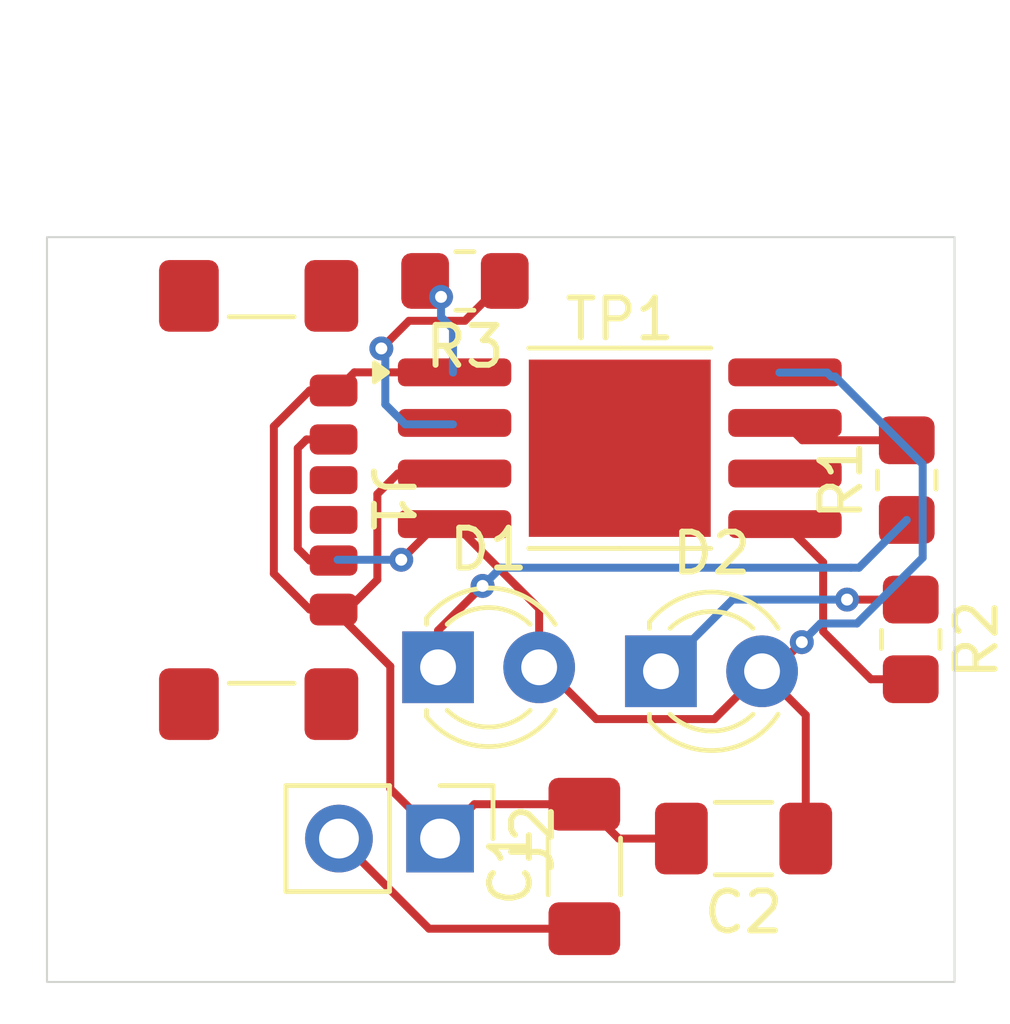
<source format=kicad_pcb>
(kicad_pcb (version 20240108) (generator "pcbnew") (generator_version "8.0")
  (layers (0 "F.Cu" signal) (31 "B.Cu" signal) (34 "B.Paste" user) (35 "F.Paste" user) (36 "B.SilkS" user "B.Silkscreen") (37 "F.SilkS" user "F.Silkscreen") (38 "B.Mask" user) (39 "F.Mask" user) (44 "Edge.Cuts" user))
  (net 0 "")
  (net 1 "GND")
  (net 2 "VD")
  (net 3 "VCC")
  (net 4 "Net-(D1-K)")
  (net 5 "Net-(D2-K)")
  (net 12 "Net-(TP1-CHRG)")
  (net 13 "Net-(TP1-STDBY)")
  (net 14 "Net-(TP1-PROG)")
  (footprint "Resistor_SMD:R_0805_2012Metric_Pad1.20x1.40mm_HandSolder" (layer "F.Cu") (at 135.5 47.5 180)
    (property "Reference" "R3" (at 0 -1.65 180) (layer "F.SilkS"))
    (property "Value" "10k")
    (fp_line (start -0.227064 0.735) (end 0.227064 0.735) (stroke (width 0.12)) (layer "F.SilkS"))
    (fp_line (start -0.227064 -0.735) (end 0.227064 -0.735) (stroke (width 0.12)) (layer "F.SilkS"))
    (pad "1" smd roundrect (at -1 0 180) (size 1.2 1.4) (layers "F.Cu" "F.Paste" "F.Mask") (roundrect_rratio 0.208333) (net 14 "Net-(TP1-PROG)"))
    (pad "2" smd roundrect (at 1 0 180) (size 1.2 1.4) (layers "F.Cu" "F.Paste" "F.Mask") (roundrect_rratio 0.208333) (net 1 "GND"))
  )
  (footprint "LED_THT:LED_D3.0mm" (layer "F.Cu") (at 140.425 57.3)
    (property "Reference" "D2" (at 1.27 -2.96 0) (layer "F.SilkS"))
    (property "Value" "LED")
    (fp_line (start -0.29 -1.236) (end -0.29 -1.08) (stroke (width 0.12)) (layer "F.SilkS"))
    (fp_line (start -0.29 1.08) (end -0.29 1.236) (stroke (width 0.12)) (layer "F.SilkS"))
    (fp_arc (start -0.29 -1.235516) (mid 1.366487 -1.987659) (end 2.942335 -1.078608) (stroke (width 0.12)) (layer "F.SilkS"))
    (fp_arc (start 0.229039 -1.08) (mid 1.270117 -1.5) (end 2.31113 -1.079837) (stroke (width 0.12)) (layer "F.SilkS"))
    (fp_arc (start 2.31113 1.079837) (mid 1.270117 1.5) (end 0.229039 1.08) (stroke (width 0.12)) (layer "F.SilkS"))
    (fp_arc (start 2.942335 1.078608) (mid 1.366487 1.987659) (end -0.29 1.235516) (stroke (width 0.12)) (layer "F.SilkS"))
    (pad "1" thru_hole rect (at 0 0) (size 1.8 1.8) (drill 0.9) (layers "*.Cu" "*.Mask") (net 5 "Net-(D2-K)"))
    (pad "2" thru_hole circle (at 2.54 0) (size 1.8 1.8) (drill 0.9) (layers "*.Cu" "*.Mask") (net 3 "VCC"))
  )
  (footprint "Resistor_SMD:R_0805_2012Metric_Pad1.20x1.40mm_HandSolder" (layer "F.Cu") (at 146.7 56.5 -90)
    (property "Reference" "R2" (at 0 -1.65 90) (layer "F.SilkS"))
    (property "Value" "100")
    (fp_line (start -0.227064 0.735) (end 0.227064 0.735) (stroke (width 0.12)) (layer "F.SilkS"))
    (fp_line (start -0.227064 -0.735) (end 0.227064 -0.735) (stroke (width 0.12)) (layer "F.SilkS"))
    (pad "1" smd roundrect (at -1 0 270) (size 1.2 1.4) (layers "F.Cu" "F.Paste" "F.Mask") (roundrect_rratio 0.208333) (net 5 "Net-(D2-K)"))
    (pad "2" smd roundrect (at 1 0 270) (size 1.2 1.4) (layers "F.Cu" "F.Paste" "F.Mask") (roundrect_rratio 0.208333) (net 13 "Net-(TP1-STDBY)"))
  )
  (footprint "Resistor_SMD:R_0805_2012Metric_Pad1.20x1.40mm_HandSolder" (layer "F.Cu") (at 146.6 52.5 90)
    (property "Reference" "R1" (at 0 -1.65 270) (layer "F.SilkS"))
    (property "Value" "100")
    (fp_line (start -0.227064 -0.735) (end 0.227064 -0.735) (stroke (width 0.12)) (layer "F.SilkS"))
    (fp_line (start -0.227064 0.735) (end 0.227064 0.735) (stroke (width 0.12)) (layer "F.SilkS"))
    (pad "1" smd roundrect (at -1 0 90) (size 1.2 1.4) (layers "F.Cu" "F.Paste" "F.Mask") (roundrect_rratio 0.208333) (net 4 "Net-(D1-K)"))
    (pad "2" smd roundrect (at 1 0 90) (size 1.2 1.4) (layers "F.Cu" "F.Paste" "F.Mask") (roundrect_rratio 0.208333) (net 12 "Net-(TP1-CHRG)"))
  )
  (footprint "Connector_PinHeader_2.54mm:PinHeader_1x02_P2.54mm_Vertical" (layer "F.Cu") (at 134.875 61.5 -90)
    (property "Reference" "J2" (at 0 -2.33 90) (layer "F.SilkS"))
    (property "Value" "Conn_01x02")
    (fp_line (start -1.33 3.87) (end 1.33 3.87) (stroke (width 0.12)) (layer "F.SilkS"))
    (fp_line (start -1.33 1.27) (end -1.33 3.87) (stroke (width 0.12)) (layer "F.SilkS"))
    (fp_line (start -1.33 1.27) (end 1.33 1.27) (stroke (width 0.12)) (layer "F.SilkS"))
    (fp_line (start 1.33 1.27) (end 1.33 3.87) (stroke (width 0.12)) (layer "F.SilkS"))
    (fp_line (start -1.33 0) (end -1.33 -1.33) (stroke (width 0.12)) (layer "F.SilkS"))
    (fp_line (start -1.33 -1.33) (end 0 -1.33) (stroke (width 0.12)) (layer "F.SilkS"))
    (pad "1" thru_hole rect (at 0 0 270) (size 1.7 1.7) (drill 1) (layers "*.Cu" "*.Mask") (net 1 "GND"))
    (pad "2" thru_hole oval (at 0 2.54 270) (size 1.7 1.7) (drill 1) (layers "*.Cu" "*.Mask") (net 2 "VD"))
  )
  (footprint "Package_SO:SOP-8-1EP_4.57x4.57mm_P1.27mm_EP4.57x4.45mm" (layer "F.Cu") (at 139.39 51.7)
    (property "Reference" "TP1" (at 0 -3.24 0) (layer "F.SilkS"))
    (property "Value" "~")
    (fp_line (start 0 -2.515) (end -2.285 -2.515) (stroke (width 0.12)) (layer "F.SilkS"))
    (fp_line (start 0 -2.515) (end 2.285 -2.515) (stroke (width 0.12)) (layer "F.SilkS"))
    (fp_line (start 0 2.515) (end -2.285 2.515) (stroke (width 0.12)) (layer "F.SilkS"))
    (fp_line (start 0 2.515) (end 2.285 2.515) (stroke (width 0.12)) (layer "F.SilkS"))
    (fp_poly (pts (xy -5.835 -1.905) (xy -6.165 -2.145) (xy -6.165 -1.665) (xy -5.835 -1.905)) (stroke (width 0.12)) (fill solid) (layer "F.SilkS"))
    (pad "1" smd roundrect (at -4.15 -1.905) (size 2.85 0.7) (layers "F.Cu" "F.Paste" "F.Mask") (net 1 "GND"))
    (pad "2" smd roundrect (at -4.15 -0.635) (size 2.85 0.7) (layers "F.Cu" "F.Paste" "F.Mask") (net 14 "Net-(TP1-PROG)"))
    (pad "3" smd roundrect (at -4.15 0.635) (size 2.85 0.7) (layers "F.Cu" "F.Paste" "F.Mask") (net 1 "GND"))
    (pad "4" smd roundrect (at -4.15 1.905) (size 2.85 0.7) (layers "F.Cu" "F.Paste" "F.Mask") (net 3 "VCC"))
    (pad "5" smd roundrect (at 4.15 1.905) (size 2.85 0.7) (layers "F.Cu" "F.Paste" "F.Mask") (net 13 "Net-(TP1-STDBY)"))
    (pad "6" smd roundrect (at 4.15 0.635) (size 2.85 0.7) (layers "F.Cu" "F.Paste" "F.Mask"))
    (pad "7" smd roundrect (at 4.15 -0.635) (size 2.85 0.7) (layers "F.Cu" "F.Paste" "F.Mask") (net 12 "Net-(TP1-CHRG)"))
    (pad "8" smd roundrect (at 4.15 -1.905) (size 2.85 0.7) (layers "F.Cu" "F.Paste" "F.Mask") (net 3 "VCC"))
    (pad "9" smd rect (at 0 0) (size 4.57 4.45) (property pad_prop_heatsink) (layers "F.Cu" "F.Mask"))
  )
  (footprint "Capacitor_SMD:C_1206_3216Metric_Pad1.33x1.80mm_HandSolder" (layer "F.Cu") (at 142.5 61.5 180)
    (property "Reference" "C2" (at 0 -1.85 180) (layer "F.SilkS"))
    (property "Value" "10 uf")
    (fp_line (start -0.711252 0.91) (end 0.711252 0.91) (stroke (width 0.12)) (layer "F.SilkS"))
    (fp_line (start -0.711252 -0.91) (end 0.711252 -0.91) (stroke (width 0.12)) (layer "F.SilkS"))
    (pad "1" smd roundrect (at -1.5625 0 180) (size 1.325 1.8) (layers "F.Cu" "F.Paste" "F.Mask") (roundrect_rratio 0.188679) (net 3 "VCC"))
    (pad "2" smd roundrect (at 1.5625 0 180) (size 1.325 1.8) (layers "F.Cu" "F.Paste" "F.Mask") (roundrect_rratio 0.188679) (net 1 "GND"))
  )
  (footprint "LED_THT:LED_D3.0mm" (layer "F.Cu") (at 134.825 57.2)
    (property "Reference" "D1" (at 1.27 -2.96 0) (layer "F.SilkS"))
    (property "Value" "LED")
    (fp_line (start -0.29 -1.236) (end -0.29 -1.08) (stroke (width 0.12)) (layer "F.SilkS"))
    (fp_line (start -0.29 1.08) (end -0.29 1.236) (stroke (width 0.12)) (layer "F.SilkS"))
    (fp_arc (start -0.29 -1.235516) (mid 1.366487 -1.987659) (end 2.942335 -1.078608) (stroke (width 0.12)) (layer "F.SilkS"))
    (fp_arc (start 0.229039 -1.08) (mid 1.270117 -1.5) (end 2.31113 -1.079837) (stroke (width 0.12)) (layer "F.SilkS"))
    (fp_arc (start 2.31113 1.079837) (mid 1.270117 1.5) (end 0.229039 1.08) (stroke (width 0.12)) (layer "F.SilkS"))
    (fp_arc (start 2.942335 1.078608) (mid 1.366487 1.987659) (end -0.29 1.235516) (stroke (width 0.12)) (layer "F.SilkS"))
    (pad "1" thru_hole rect (at 0 0) (size 1.8 1.8) (drill 0.9) (layers "*.Cu" "*.Mask") (net 4 "Net-(D1-K)"))
    (pad "2" thru_hole circle (at 2.54 0) (size 1.8 1.8) (drill 0.9) (layers "*.Cu" "*.Mask") (net 3 "VCC"))
  )
  (footprint "Connector_USB:USB_C_Receptacle_GCT_USB4135-GF-A_6P_TopMnt_Horizontal" (layer "F.Cu") (at 129.1675 53 -90)
    (property "Reference" "J1" (at 0 -4.5 -90) (layer "F.SilkS"))
    (property "Value" "USB_C_Receptacle_PowerOnly_6P")
    (fp_line (start -4.6 -2.04) (end -4.6 -0.41) (stroke (width 0.12)) (layer "F.SilkS"))
    (fp_line (start 4.6 -2.04) (end 4.6 -0.41) (stroke (width 0.12)) (layer "F.SilkS"))
    (pad "A5" smd roundrect (at -0.5 -3.0325 270) (size 0.7 1.2) (layers "F.Cu" "F.Paste" "F.Mask"))
    (pad "A9" smd roundrect (at 1.52 -3.0325 90) (size 0.76 1.2) (layers "F.Cu" "F.Paste" "F.Mask") (net 3 "VCC"))
    (pad "A12" smd roundrect (at 2.75 -3.0325 90) (size 0.8 1.2) (layers "F.Cu" "F.Paste" "F.Mask") (net 1 "GND"))
    (pad "B5" smd roundrect (at 0.5 -3.0325 90) (size 0.7 1.2) (layers "F.Cu" "F.Paste" "F.Mask"))
    (pad "B9" smd roundrect (at -1.52 -3.0325 270) (size 0.76 1.2) (layers "F.Cu" "F.Paste" "F.Mask") (net 3 "VCC"))
    (pad "B12" smd roundrect (at -2.75 -3.0325 270) (size 0.8 1.2) (layers "F.Cu" "F.Paste" "F.Mask") (net 1 "GND"))
    (pad "S1" smd roundrect (at -5.125 -2.9775 270) (size 1.8 1.35) (layers "F.Cu" "F.Paste" "F.Mask") (roundrect_rratio 0.1851851852))
    (pad "S1" smd roundrect (at -5.125 0.6025 270) (size 1.8 1.5) (layers "F.Cu" "F.Paste" "F.Mask") (roundrect_rratio 0.1666666667))
    (pad "S1" smd roundrect (at 5.125 -2.9775 270) (size 1.8 1.35) (layers "F.Cu" "F.Paste" "F.Mask") (roundrect_rratio 0.1851851852))
    (pad "S1" smd roundrect (at 5.125 0.6025 270) (size 1.8 1.5) (layers "F.Cu" "F.Paste" "F.Mask") (roundrect_rratio 0.1666666667))
  )
  (footprint "Capacitor_SMD:C_1206_3216Metric_Pad1.33x1.80mm_HandSolder" (layer "F.Cu") (at 138.5 62.2 90)
    (property "Reference" "C1" (at 0 -1.85 270) (layer "F.SilkS"))
    (property "Value" "10 uf")
    (fp_line (start -0.711252 -0.91) (end 0.711252 -0.91) (stroke (width 0.12)) (layer "F.SilkS"))
    (fp_line (start -0.711252 0.91) (end 0.711252 0.91) (stroke (width 0.12)) (layer "F.SilkS"))
    (pad "1" smd roundrect (at -1.5625 0 90) (size 1.325 1.8) (layers "F.Cu" "F.Paste" "F.Mask") (roundrect_rratio 0.188679) (net 2 "VD"))
    (pad "2" smd roundrect (at 1.5625 0 90) (size 1.325 1.8) (layers "F.Cu" "F.Paste" "F.Mask") (roundrect_rratio 0.188679) (net 1 "GND"))
  )
  (gr_rect (start 125 46.4) (end 147.8 65.1) (stroke (width 0.05)) (fill none) (layer "Edge.Cuts"))
  (segment (start 133.625 60.25) (end 134.875 61.5) (width 0.2) (layer "F.Cu") (net 1))
  (segment (start 132.26823 50.25) (end 132.72323 49.795) (width 0.2) (layer "F.Cu") (net 1))
  (segment (start 133.3 52.85) (end 133.815 52.335) (width 0.2) (layer "F.Cu") (net 1))
  (segment (start 131.6 50.25) (end 130.7 51.15) (width 0.2) (layer "F.Cu") (net 1))
  (segment (start 132.2 50.25) (end 131.6 50.25) (width 0.2) (layer "F.Cu") (net 1))
  (segment (start 133.3 55) (end 133.3 52.85) (width 0.2) (layer "F.Cu") (net 1))
  (segment (start 140.9375 61.5) (end 139.3625 61.5) (width 0.2) (layer "F.Cu") (net 1))
  (segment (start 135.7375 60.6375) (end 134.875 61.5) (width 0.2) (layer "F.Cu") (net 1))
  (segment (start 133.625 57.175) (end 133.625 60.25) (width 0.2) (layer "F.Cu") (net 1))
  (segment (start 134.5 47.5) (end 134.9 47.9) (width 0.2) (layer "F.Cu") (net 1))
  (segment (start 132.2 55.75) (end 132.55 55.75) (width 0.2) (layer "F.Cu") (net 1))
  (segment (start 138.5 60.6375) (end 135.7375 60.6375) (width 0.2) (layer "F.Cu") (net 1))
  (segment (start 132.2 55.75) (end 133.625 57.175) (width 0.2) (layer "F.Cu") (net 1))
  (segment (start 132.2 50.25) (end 132.26823 50.25) (width 0.2) (layer "F.Cu") (net 1))
  (segment (start 131.6 55.75) (end 132.2 55.75) (width 0.2) (layer "F.Cu") (net 1))
  (segment (start 133.815 52.335) (end 135.24 52.335) (width 0.2) (layer "F.Cu") (net 1))
  (segment (start 139.3625 61.5) (end 138.5 60.6375) (width 0.2) (layer "F.Cu") (net 1))
  (segment (start 130.7 51.15) (end 130.7 54.85) (width 0.2) (layer "F.Cu") (net 1))
  (segment (start 132.72323 49.795) (end 135.24 49.795) (width 0.2) (layer "F.Cu") (net 1))
  (segment (start 132.55 55.75) (end 133.3 55) (width 0.2) (layer "F.Cu") (net 1))
  (segment (start 130.7 54.85) (end 131.6 55.75) (width 0.2) (layer "F.Cu") (net 1))
  (via (at 134.9 47.9) (size 0.6) (drill 0.3) (layers "F.Cu" "B.Cu") (net 1))
  (segment (start 135.2 48.7) (end 135.2 49.8) (width 0.2) (layer "B.Cu") (net 1))
  (segment (start 134.9 47.9) (end 134.9 48.4) (width 0.2) (layer "B.Cu") (net 1))
  (segment (start 134.9 48.4) (end 135.2 48.7) (width 0.2) (layer "B.Cu") (net 1))
  (segment (start 138.5 63.7625) (end 134.5975 63.7625) (width 0.2) (layer "F.Cu") (net 2))
  (segment (start 134.5975 63.7625) (end 132.335 61.5) (width 0.2) (layer "F.Cu") (net 2))
  (segment (start 144.0625 61.5) (end 144.0625 58.3975) (width 0.2) (layer "F.Cu") (net 3))
  (segment (start 138.8 58.5) (end 141.765 58.5) (width 0.2) (layer "F.Cu") (net 3))
  (segment (start 143.231672 57.3) (end 143.963343 56.568329) (width 0.2) (layer "F.Cu") (net 3))
  (segment (start 135.24 53.605) (end 134.795 53.605) (width 0.2) (layer "F.Cu") (net 3))
  (segment (start 144.0625 58.3975) (end 142.965 57.3) (width 0.2) (layer "F.Cu") (net 3))
  (segment (start 131.6 54.52) (end 131.3 54.22) (width 0.2) (layer "F.Cu") (net 3))
  (segment (start 131.3 51.7) (end 131.52 51.48) (width 0.2) (layer "F.Cu") (net 3))
  (segment (start 134.795 53.605) (end 133.9 54.5) (width 0.2) (layer "F.Cu") (net 3))
  (segment (start 137.365 57.2) (end 137.365 55.73) (width 0.2) (layer "F.Cu") (net 3))
  (segment (start 131.52 51.48) (end 132.2 51.48) (width 0.2) (layer "F.Cu") (net 3))
  (segment (start 137.365 55.73) (end 135.24 53.605) (width 0.2) (layer "F.Cu") (net 3))
  (segment (start 137.5 57.2) (end 138.8 58.5) (width 0.2) (layer "F.Cu") (net 3))
  (segment (start 142.965 57.3) (end 143.231672 57.3) (width 0.2) (layer "F.Cu") (net 3))
  (segment (start 131.3 54.22) (end 131.3 51.7) (width 0.2) (layer "F.Cu") (net 3))
  (segment (start 132.2 54.52) (end 131.6 54.52) (width 0.2) (layer "F.Cu") (net 3))
  (segment (start 137.365 57.2) (end 137.5 57.2) (width 0.2) (layer "F.Cu") (net 3))
  (segment (start 141.765 58.5) (end 142.965 57.3) (width 0.2) (layer "F.Cu") (net 3))
  (via (at 133.9 54.5) (size 0.6) (drill 0.3) (layers "F.Cu" "B.Cu") (net 3))
  (via (at 143.963343 56.568329) (size 0.6) (drill 0.3) (layers "F.Cu" "B.Cu") (net 3))
  (segment (start 143.963343 56.568329) (end 144.431672 56.1) (width 0.2) (layer "B.Cu") (net 3))
  (segment (start 145.348529 56.1) (end 147 54.448529) (width 0.2) (layer "B.Cu") (net 3))
  (segment (start 144.6 49.8) (end 143.4 49.8) (width 0.2) (layer "B.Cu") (net 3))
  (segment (start 144.431672 56.1) (end 145.348529 56.1) (width 0.2) (layer "B.Cu") (net 3))
  (segment (start 144.7 49.9) (end 144.6 49.8) (width 0.2) (layer "B.Cu") (net 3))
  (segment (start 144.8 49.9) (end 144.7 49.9) (width 0.2) (layer "B.Cu") (net 3))
  (segment (start 147 54.448529) (end 147 52.1) (width 0.2) (layer "B.Cu") (net 3))
  (segment (start 133.9 54.5) (end 132.3 54.5) (width 0.2) (layer "B.Cu") (net 3))
  (segment (start 147 52.1) (end 144.8 49.9) (width 0.2) (layer "B.Cu") (net 3))
  (segment (start 134.825 56.275) (end 135.943235 55.156765) (width 0.2) (layer "F.Cu") (net 4))
  (segment (start 134.825 57.2) (end 134.825 56.275) (width 0.2) (layer "F.Cu") (net 4))
  (via (at 135.943235 55.156765) (size 0.6) (drill 0.3) (layers "F.Cu" "B.Cu") (net 4))
  (segment (start 135.943235 55.156765) (end 136.4 54.7) (width 0.2) (layer "B.Cu") (net 4))
  (segment (start 136.4 54.7) (end 145.2 54.7) (width 0.2) (layer "B.Cu") (net 4))
  (segment (start 145.2 54.7) (end 145.4 54.7) (width 0.2) (layer "B.Cu") (net 4))
  (segment (start 145.4 54.7) (end 146.6 53.5) (width 0.2) (layer "B.Cu") (net 4))
  (segment (start 146.7 55.5) (end 145.1 55.5) (width 0.2) (layer "F.Cu") (net 5))
  (via (at 145.1 55.5) (size 0.6) (drill 0.3) (layers "F.Cu" "B.Cu") (net 5))
  (segment (start 145.1 55.5) (end 142.225 55.5) (width 0.2) (layer "B.Cu") (net 5))
  (segment (start 142.225 55.5) (end 140.425 57.3) (width 0.2) (layer "B.Cu") (net 5))
  (segment (start 146.6 51.5) (end 143.975 51.5) (width 0.2) (layer "F.Cu") (net 12))
  (segment (start 143.975 51.5) (end 143.54 51.065) (width 0.2) (layer "F.Cu") (net 12))
  (segment (start 145.7 57.5) (end 144.5 56.3) (width 0.2) (layer "F.Cu") (net 13))
  (segment (start 144.5 54.565) (end 143.54 53.605) (width 0.2) (layer "F.Cu") (net 13))
  (segment (start 146.7 57.5) (end 145.7 57.5) (width 0.2) (layer "F.Cu") (net 13))
  (segment (start 144.5 56.3) (end 144.5 54.565) (width 0.2) (layer "F.Cu") (net 13))
  (segment (start 135.5 48.5) (end 134.095 48.5) (width 0.2) (layer "F.Cu") (net 14))
  (segment (start 134.095 48.5) (end 133.4 49.195) (width 0.2) (layer "F.Cu") (net 14))
  (segment (start 136.5 47.5) (end 135.5 48.5) (width 0.2) (layer "F.Cu") (net 14))
  (via (at 133.4 49.195) (size 0.6) (drill 0.3) (layers "F.Cu" "B.Cu") (net 14))
  (segment (start 133.5 49.295) (end 133.5 50.6) (width 0.2) (layer "B.Cu") (net 14))
  (segment (start 133.4 49.195) (end 133.5 49.295) (width 0.2) (layer "B.Cu") (net 14))
  (segment (start 133.5 50.6) (end 134 51.1) (width 0.2) (layer "B.Cu") (net 14))
  (segment (start 134 51.1) (end 135.2 51.1) (width 0.2) (layer "B.Cu") (net 14))
)
</source>
